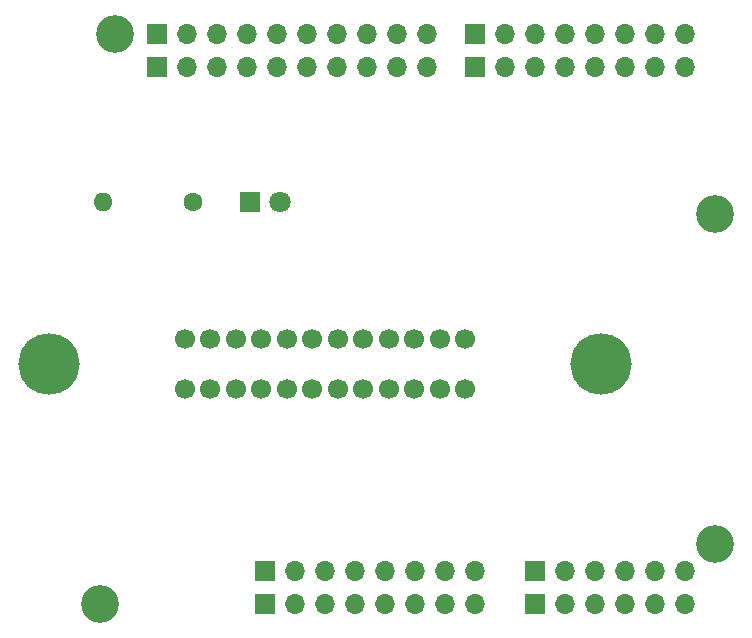
<source format=gbr>
%TF.GenerationSoftware,KiCad,Pcbnew,7.0.5-4d25ed1034~172~ubuntu20.04.1*%
%TF.CreationDate,2023-06-21T20:10:42+02:00*%
%TF.ProjectId,Arduino Shield,41726475-696e-46f2-9053-6869656c642e,rev?*%
%TF.SameCoordinates,Original*%
%TF.FileFunction,Soldermask,Top*%
%TF.FilePolarity,Negative*%
%FSLAX46Y46*%
G04 Gerber Fmt 4.6, Leading zero omitted, Abs format (unit mm)*
G04 Created by KiCad (PCBNEW 7.0.5-4d25ed1034~172~ubuntu20.04.1) date 2023-06-21 20:10:42*
%MOMM*%
%LPD*%
G01*
G04 APERTURE LIST*
%ADD10C,1.600000*%
%ADD11O,1.600000X1.600000*%
%ADD12R,1.700000X1.700000*%
%ADD13O,1.700000X1.700000*%
%ADD14C,5.200000*%
%ADD15C,1.700000*%
%ADD16C,3.200000*%
%ADD17R,1.800000X1.800000*%
%ADD18C,1.800000*%
G04 APERTURE END LIST*
D10*
%TO.C,R1*%
X121844000Y-63424000D03*
D11*
X114224000Y-63424000D03*
%TD*%
D12*
%TO.C,J6*%
X118796000Y-51994000D03*
D13*
X121336000Y-51994000D03*
X123876000Y-51994000D03*
X126416000Y-51994000D03*
X128956000Y-51994000D03*
X131496000Y-51994000D03*
X134036000Y-51994000D03*
X136576000Y-51994000D03*
X139116000Y-51994000D03*
X141656000Y-51994000D03*
%TD*%
D12*
%TO.C,J7*%
X145720000Y-51994000D03*
D13*
X148260000Y-51994000D03*
X150800000Y-51994000D03*
X153340000Y-51994000D03*
X155880000Y-51994000D03*
X158420000Y-51994000D03*
X160960000Y-51994000D03*
X163500000Y-51994000D03*
%TD*%
D14*
%TO.C,J5*%
X109620000Y-77140000D03*
X156420000Y-77140000D03*
D15*
X144900000Y-74995000D03*
X142740000Y-74995000D03*
X140580000Y-74995000D03*
X138420000Y-74995000D03*
X136260000Y-74995000D03*
X134100000Y-74995000D03*
X131940000Y-74995000D03*
X129780000Y-74995000D03*
X127620000Y-74995000D03*
X125460000Y-74995000D03*
X123300000Y-74995000D03*
X121140000Y-74995000D03*
X144900000Y-79285000D03*
X142740000Y-79285000D03*
X140580000Y-79285000D03*
X138420000Y-79285000D03*
X136260000Y-79285000D03*
X134100000Y-79285000D03*
X131940000Y-79285000D03*
X129780000Y-79285000D03*
X127620000Y-79285000D03*
X125460000Y-79285000D03*
X123300000Y-79285000D03*
X121140000Y-79285000D03*
%TD*%
D12*
%TO.C,J9*%
X150800000Y-94666000D03*
D13*
X153340000Y-94666000D03*
X155880000Y-94666000D03*
X158420000Y-94666000D03*
X160960000Y-94666000D03*
X163500000Y-94666000D03*
%TD*%
D16*
%TO.C,MH1*%
X115240000Y-49200000D03*
%TD*%
D12*
%TO.C,J8*%
X127940000Y-94666000D03*
D13*
X130480000Y-94666000D03*
X133020000Y-94666000D03*
X135560000Y-94666000D03*
X138100000Y-94666000D03*
X140640000Y-94666000D03*
X143180000Y-94666000D03*
X145720000Y-94666000D03*
%TD*%
D16*
%TO.C,MH2*%
X113970000Y-97460000D03*
%TD*%
%TO.C,MH3*%
X166040000Y-64440000D03*
%TD*%
D17*
%TO.C,D1*%
X126670000Y-63424000D03*
D18*
X129210000Y-63424000D03*
%TD*%
D16*
%TO.C,MH4*%
X166040000Y-92380000D03*
%TD*%
D12*
%TO.C,J1*%
X127940000Y-97460000D03*
D13*
X130480000Y-97460000D03*
X133020000Y-97460000D03*
X135560000Y-97460000D03*
X138100000Y-97460000D03*
X140640000Y-97460000D03*
X143180000Y-97460000D03*
X145720000Y-97460000D03*
%TD*%
D12*
%TO.C,J3*%
X150800000Y-97460000D03*
D13*
X153340000Y-97460000D03*
X155880000Y-97460000D03*
X158420000Y-97460000D03*
X160960000Y-97460000D03*
X163500000Y-97460000D03*
%TD*%
D12*
%TO.C,J2*%
X118801000Y-49200000D03*
D13*
X121341000Y-49200000D03*
X123881000Y-49200000D03*
X126421000Y-49200000D03*
X128961000Y-49200000D03*
X131501000Y-49200000D03*
X134041000Y-49200000D03*
X136581000Y-49200000D03*
X139121000Y-49200000D03*
X141661000Y-49200000D03*
%TD*%
D12*
%TO.C,J4*%
X145720000Y-49200000D03*
D13*
X148260000Y-49200000D03*
X150800000Y-49200000D03*
X153340000Y-49200000D03*
X155880000Y-49200000D03*
X158420000Y-49200000D03*
X160960000Y-49200000D03*
X163500000Y-49200000D03*
%TD*%
M02*

</source>
